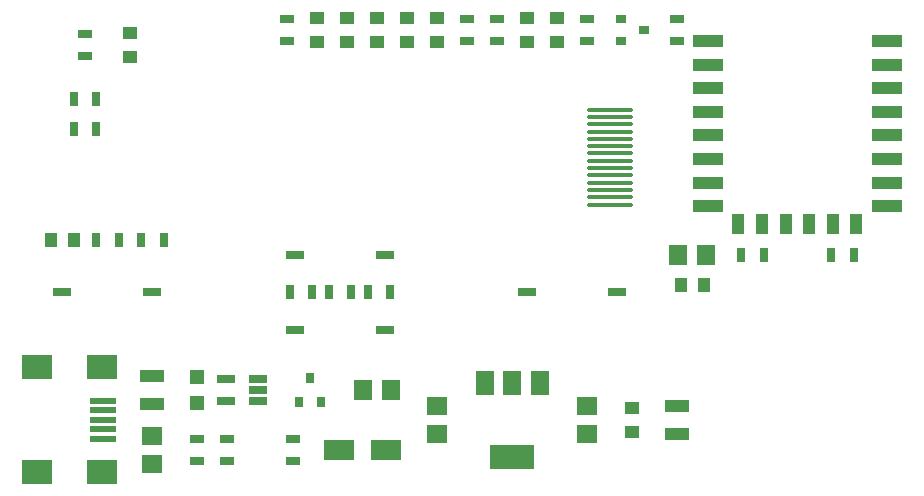
<source format=gbr>
G04 #@! TF.GenerationSoftware,KiCad,Pcbnew,(5.0.1)-rc2*
G04 #@! TF.CreationDate,2020-01-05T22:16:04+01:00*
G04 #@! TF.ProjectId,IoT_Messenger,496F545F4D657373656E6765722E6B69,rev?*
G04 #@! TF.SameCoordinates,Original*
G04 #@! TF.FileFunction,Paste,Top*
G04 #@! TF.FilePolarity,Positive*
%FSLAX46Y46*%
G04 Gerber Fmt 4.6, Leading zero omitted, Abs format (unit mm)*
G04 Created by KiCad (PCBNEW (5.0.1)-rc2) date 05/01/2020 22:16:04*
%MOMM*%
%LPD*%
G01*
G04 APERTURE LIST*
%ADD10R,0.800000X0.900000*%
%ADD11O,4.000000X0.320000*%
%ADD12R,1.600000X0.760000*%
%ADD13R,2.030000X1.140000*%
%ADD14R,1.500000X2.000000*%
%ADD15R,3.800000X2.000000*%
%ADD16R,2.300000X0.500000*%
%ADD17R,2.500000X2.000000*%
%ADD18R,2.500000X1.000000*%
%ADD19R,1.000000X1.800000*%
%ADD20R,1.560000X0.650000*%
%ADD21R,0.900000X0.800000*%
%ADD22R,1.250000X1.000000*%
%ADD23R,1.000000X1.250000*%
%ADD24R,1.300000X0.700000*%
%ADD25R,0.700000X1.300000*%
%ADD26R,1.800000X1.550000*%
%ADD27R,1.550000X1.800000*%
%ADD28R,1.200000X1.200000*%
%ADD29R,2.500000X1.800000*%
G04 APERTURE END LIST*
D10*
G04 #@! TO.C,Q2*
X94615000Y-118380000D03*
X95565000Y-120380000D03*
X93665000Y-120380000D03*
G04 #@! TD*
D11*
G04 #@! TO.C,DISP1*
X120010000Y-95650000D03*
X120010000Y-96270000D03*
X120010000Y-96890000D03*
X120010000Y-97510000D03*
X120010000Y-98130000D03*
X120010000Y-98750000D03*
X120010000Y-99370000D03*
X120010000Y-99990000D03*
X120010000Y-100610000D03*
X120010000Y-101230000D03*
X120010000Y-101850000D03*
X120010000Y-102470000D03*
X120010000Y-103090000D03*
X120010000Y-103710000D03*
G04 #@! TD*
D12*
G04 #@! TO.C,SW1*
X73660000Y-111125000D03*
X81280000Y-111125000D03*
G04 #@! TD*
G04 #@! TO.C,SW4*
X120650000Y-111125000D03*
X113030000Y-111125000D03*
G04 #@! TD*
G04 #@! TO.C,SW3*
X100965000Y-114300000D03*
X93345000Y-114300000D03*
G04 #@! TD*
G04 #@! TO.C,SW2*
X100965000Y-107950000D03*
X93345000Y-107950000D03*
G04 #@! TD*
D13*
G04 #@! TO.C,F1*
X81280000Y-120580000D03*
X81280000Y-118180000D03*
G04 #@! TD*
G04 #@! TO.C,F2*
X125730000Y-120720000D03*
X125730000Y-123120000D03*
G04 #@! TD*
D14*
G04 #@! TO.C,IC2*
X114060000Y-118770000D03*
X109460000Y-118770000D03*
X111760000Y-118770000D03*
D15*
X111760000Y-125070000D03*
G04 #@! TD*
D16*
G04 #@! TO.C,CONN1*
X77095000Y-120320000D03*
X77095000Y-121120000D03*
X77095000Y-121920000D03*
X77095000Y-122720000D03*
X77095000Y-123520000D03*
D17*
X76995000Y-117470000D03*
X71495000Y-117470000D03*
X76995000Y-126370000D03*
X71495000Y-126370000D03*
G04 #@! TD*
D18*
G04 #@! TO.C,IC4*
X128290000Y-89845000D03*
X128290000Y-91845000D03*
X128290000Y-93845000D03*
X128290000Y-95845000D03*
X128290000Y-97845000D03*
X128290000Y-99845000D03*
X128290000Y-101845000D03*
X128290000Y-103845000D03*
D19*
X130890000Y-105345000D03*
X132890000Y-105345000D03*
X134890000Y-105345000D03*
X136890000Y-105345000D03*
X138890000Y-105345000D03*
X140890000Y-105345000D03*
D18*
X143490000Y-103845000D03*
X143490000Y-101845000D03*
X143490000Y-99845000D03*
X143490000Y-97845000D03*
X143490000Y-95845000D03*
X143490000Y-93845000D03*
X143490000Y-91845000D03*
X143490000Y-89845000D03*
G04 #@! TD*
D20*
G04 #@! TO.C,IC1*
X87550000Y-120330000D03*
X87550000Y-118430000D03*
X90250000Y-118430000D03*
X90250000Y-119380000D03*
X90250000Y-120330000D03*
G04 #@! TD*
D21*
G04 #@! TO.C,Q1*
X122920000Y-88900000D03*
X120920000Y-89850000D03*
X120920000Y-87950000D03*
G04 #@! TD*
D22*
G04 #@! TO.C,C5*
X121920000Y-120920000D03*
X121920000Y-122920000D03*
G04 #@! TD*
G04 #@! TO.C,C6*
X79375000Y-91170000D03*
X79375000Y-89170000D03*
G04 #@! TD*
G04 #@! TO.C,C7*
X97790000Y-87900000D03*
X97790000Y-89900000D03*
G04 #@! TD*
G04 #@! TO.C,C8*
X100330000Y-89900000D03*
X100330000Y-87900000D03*
G04 #@! TD*
G04 #@! TO.C,C9*
X102870000Y-89900000D03*
X102870000Y-87900000D03*
G04 #@! TD*
G04 #@! TO.C,C10*
X113030000Y-87900000D03*
X113030000Y-89900000D03*
G04 #@! TD*
G04 #@! TO.C,C11*
X115570000Y-89900000D03*
X115570000Y-87900000D03*
G04 #@! TD*
G04 #@! TO.C,C12*
X95250000Y-87900000D03*
X95250000Y-89900000D03*
G04 #@! TD*
D23*
G04 #@! TO.C,C13*
X74660000Y-106680000D03*
X72660000Y-106680000D03*
G04 #@! TD*
G04 #@! TO.C,C14*
X126000000Y-110490000D03*
X128000000Y-110490000D03*
G04 #@! TD*
D24*
G04 #@! TO.C,R1*
X85090000Y-125410000D03*
X85090000Y-123510000D03*
G04 #@! TD*
G04 #@! TO.C,R2*
X87630000Y-123510000D03*
X87630000Y-125410000D03*
G04 #@! TD*
D25*
G04 #@! TO.C,R3*
X92903000Y-111125000D03*
X94803000Y-111125000D03*
G04 #@! TD*
D24*
G04 #@! TO.C,R4*
X75565000Y-89220000D03*
X75565000Y-91120000D03*
G04 #@! TD*
G04 #@! TO.C,R5*
X107950000Y-87950000D03*
X107950000Y-89850000D03*
G04 #@! TD*
G04 #@! TO.C,R6*
X110490000Y-89850000D03*
X110490000Y-87950000D03*
G04 #@! TD*
D25*
G04 #@! TO.C,R7*
X74615000Y-94742000D03*
X76515000Y-94742000D03*
G04 #@! TD*
G04 #@! TO.C,R8*
X76515000Y-97282000D03*
X74615000Y-97282000D03*
G04 #@! TD*
G04 #@! TO.C,R9*
X78420000Y-106680000D03*
X76520000Y-106680000D03*
G04 #@! TD*
G04 #@! TO.C,R10*
X82230000Y-106680000D03*
X80330000Y-106680000D03*
G04 #@! TD*
D24*
G04 #@! TO.C,R11*
X118110000Y-89850000D03*
X118110000Y-87950000D03*
G04 #@! TD*
G04 #@! TO.C,R12*
X125730000Y-87950000D03*
X125730000Y-89850000D03*
G04 #@! TD*
D25*
G04 #@! TO.C,R13*
X131130000Y-107950000D03*
X133030000Y-107950000D03*
G04 #@! TD*
G04 #@! TO.C,R14*
X140650000Y-107950000D03*
X138750000Y-107950000D03*
G04 #@! TD*
D26*
G04 #@! TO.C,C1*
X81280000Y-125635000D03*
X81280000Y-123285000D03*
G04 #@! TD*
D27*
G04 #@! TO.C,C2*
X99155000Y-119380000D03*
X101505000Y-119380000D03*
G04 #@! TD*
D26*
G04 #@! TO.C,C3*
X105410000Y-123095000D03*
X105410000Y-120745000D03*
G04 #@! TD*
G04 #@! TO.C,C4*
X118110000Y-123095000D03*
X118110000Y-120745000D03*
G04 #@! TD*
D27*
G04 #@! TO.C,C15*
X125825000Y-107950000D03*
X128175000Y-107950000D03*
G04 #@! TD*
D28*
G04 #@! TO.C,LED1*
X85090000Y-120480000D03*
X85090000Y-118280000D03*
G04 #@! TD*
D25*
G04 #@! TO.C,R15*
X98105000Y-111125000D03*
X96205000Y-111125000D03*
G04 #@! TD*
D22*
G04 #@! TO.C,C16*
X105410000Y-87900000D03*
X105410000Y-89900000D03*
G04 #@! TD*
D25*
G04 #@! TO.C,R16*
X101407000Y-111125000D03*
X99507000Y-111125000D03*
G04 #@! TD*
D24*
G04 #@! TO.C,R17*
X92710000Y-87950000D03*
X92710000Y-89850000D03*
G04 #@! TD*
D29*
G04 #@! TO.C,D1*
X97060000Y-124460000D03*
X101060000Y-124460000D03*
G04 #@! TD*
D24*
G04 #@! TO.C,R18*
X93218000Y-125410000D03*
X93218000Y-123510000D03*
G04 #@! TD*
M02*

</source>
